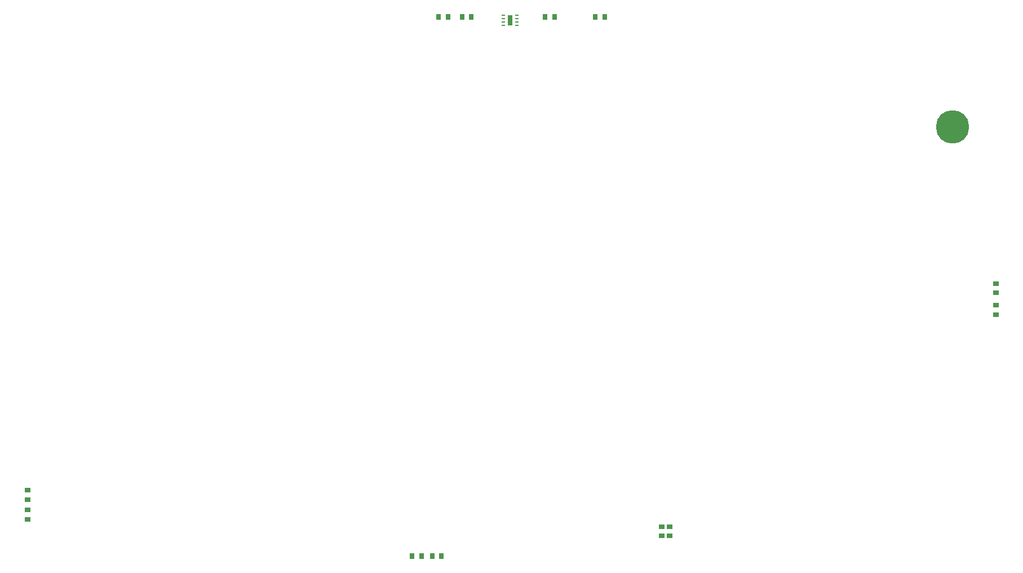
<source format=gbp>
G04*
G04 #@! TF.GenerationSoftware,Altium Limited,Altium Designer,18.0.7 (293)*
G04*
G04 Layer_Color=128*
%FSLAX44Y44*%
%MOMM*%
G71*
G01*
G75*
%ADD57R,0.9000X0.8000*%
%ADD62R,0.8000X0.9000*%
%ADD195C,5.0000*%
%ADD198R,0.5500X0.2000*%
%ADD199R,0.7500X1.5000*%
D57*
X25000Y78002D02*
D03*
Y92002D02*
D03*
X25000Y108002D02*
D03*
Y122002D02*
D03*
X1480000Y399498D02*
D03*
Y385498D02*
D03*
X1480000Y431998D02*
D03*
Y417998D02*
D03*
X990000Y52998D02*
D03*
Y66998D02*
D03*
X977500Y52998D02*
D03*
Y66998D02*
D03*
D62*
X643002Y832500D02*
D03*
X657002D02*
D03*
X678002D02*
D03*
X692002D02*
D03*
X816998Y832500D02*
D03*
X802998D02*
D03*
X633002Y22500D02*
D03*
X647002D02*
D03*
X603002Y22500D02*
D03*
X617002D02*
D03*
X878002Y832500D02*
D03*
X892002D02*
D03*
D195*
X1415000Y667500D02*
D03*
D198*
X740000Y835000D02*
D03*
Y830000D02*
D03*
Y825000D02*
D03*
Y820000D02*
D03*
X760000D02*
D03*
Y825000D02*
D03*
Y830000D02*
D03*
Y835000D02*
D03*
D199*
X750000Y827500D02*
D03*
M02*

</source>
